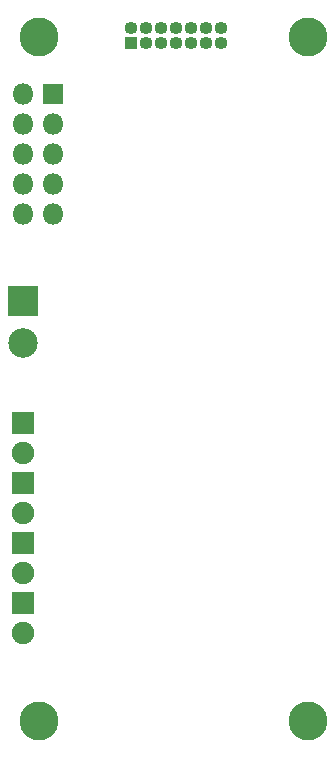
<source format=gbr>
%TF.GenerationSoftware,KiCad,Pcbnew,5.1.5+dfsg1-2build2*%
%TF.CreationDate,2021-11-04T20:27:07+01:00*%
%TF.ProjectId,ebus-adapter,65627573-2d61-4646-9170-7465722e6b69,rev?*%
%TF.SameCoordinates,Original*%
%TF.FileFunction,Soldermask,Bot*%
%TF.FilePolarity,Negative*%
%FSLAX46Y46*%
G04 Gerber Fmt 4.6, Leading zero omitted, Abs format (unit mm)*
G04 Created by KiCad (PCBNEW 5.1.5+dfsg1-2build2) date 2021-11-04 20:27:07*
%MOMM*%
%LPD*%
G04 APERTURE LIST*
%ADD10O,1.100000X1.100000*%
%ADD11R,1.100000X1.100000*%
%ADD12O,1.800000X1.800000*%
%ADD13R,1.800000X1.800000*%
%ADD14C,3.300000*%
%ADD15C,2.500000*%
%ADD16R,2.500000X2.500000*%
%ADD17C,1.900000*%
%ADD18R,1.900000X1.900000*%
G04 APERTURE END LIST*
D10*
%TO.C,J8*%
X82296000Y-85979000D03*
X82296000Y-87249000D03*
X81026000Y-85979000D03*
X81026000Y-87249000D03*
X79756000Y-85979000D03*
X79756000Y-87249000D03*
X78486000Y-85979000D03*
X78486000Y-87249000D03*
X77216000Y-85979000D03*
X77216000Y-87249000D03*
X75946000Y-85979000D03*
X75946000Y-87249000D03*
X74676000Y-85979000D03*
D11*
X74676000Y-87249000D03*
%TD*%
D12*
%TO.C,J3*%
X65532000Y-101727000D03*
X68072000Y-101727000D03*
X65532000Y-99187000D03*
X68072000Y-99187000D03*
X65532000Y-96647000D03*
X68072000Y-96647000D03*
X65532000Y-94107000D03*
X68072000Y-94107000D03*
X65532000Y-91567000D03*
D13*
X68072000Y-91567000D03*
%TD*%
D14*
%TO.C,H4*%
X89662000Y-144653000D03*
%TD*%
%TO.C,H3*%
X89662000Y-86741000D03*
%TD*%
%TO.C,H2*%
X66929000Y-144653000D03*
%TD*%
%TO.C,H1*%
X66929000Y-86741000D03*
%TD*%
D15*
%TO.C,J1*%
X65532000Y-112593000D03*
D16*
X65532000Y-109093000D03*
%TD*%
D17*
%TO.C,D6*%
X65532000Y-121920000D03*
D18*
X65532000Y-119380000D03*
%TD*%
D17*
%TO.C,D5*%
X65532000Y-137160000D03*
D18*
X65532000Y-134620000D03*
%TD*%
D17*
%TO.C,D4*%
X65532000Y-127000000D03*
D18*
X65532000Y-124460000D03*
%TD*%
D17*
%TO.C,D2*%
X65532000Y-132080000D03*
D18*
X65532000Y-129540000D03*
%TD*%
M02*

</source>
